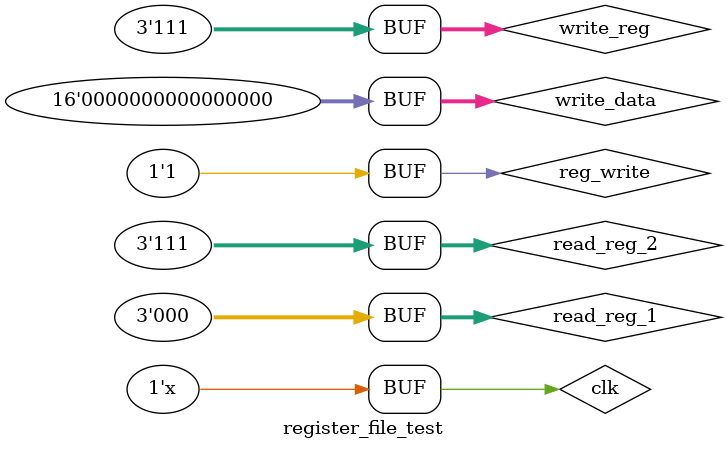
<source format=v>
`timescale 1ns / 1ps


module register_file_test;

	// Inputs
	reg clk;
	reg reg_write;
	reg [2:0] read_reg_1;
	reg [2:0] read_reg_2;
	reg [2:0] write_reg;
	reg [15:0] write_data;

	// Outputs
	wire [15:0] read_data_1;
	wire [15:0] read_data_2;

	// Instantiate the Unit Under Test (UUT)
	register_file uut (
		.clk(clk), 
		.reg_write(reg_write), 
		.read_reg_1(read_reg_1), 
		.read_reg_2(read_reg_2), 
		.write_reg(write_reg), 
		.write_data(write_data), 
		.read_data_1(read_data_1), 
		.read_data_2(read_data_2)
	);

	initial begin
		// Initialize Inputs
		clk = 0;
		reg_write = 0;
		read_reg_1 = 0;
		read_reg_2 = 7;
		write_reg = 0;
		write_data = 0;

		// Wait 100 ns for global reset to finish
		#100;
		reg_write = 1;
		write_reg = 7;
        
		// Add stimulus here

	end
   always#30 clk = ~clk;   
endmodule


</source>
